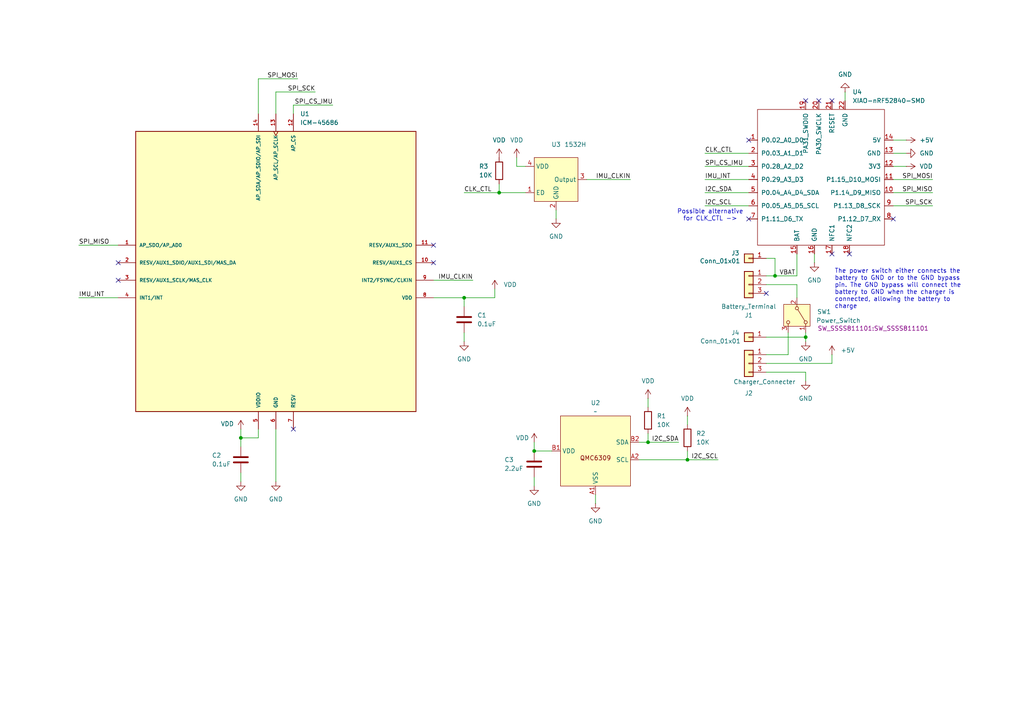
<source format=kicad_sch>
(kicad_sch (version 20250114) (generator "eeschema") (generator_version "9.0")
  (paper "A4")
  (title_block (title "Biscuit's Smol Slime XIAO") (rev "1.0"))
  (lib_symbols
    (symbol "1532H4:1532H4"
      (property "Reference" "U" (at 0 0 0))
      (symbol "1532H4_1_1"
        (rectangle (start -6.35 6.35) (end 6.35 -6.35) (fill (type background)))
        (pin power_in line (at -8.89 3.81 0) (length 2.54) (name "VDD") (number "4"))
        (pin bidirectional line (at -8.89 -3.81 0) (length 2.54) (name "ED") (number "1"))
        (pin power_in line (at 0 -8.89 90) (length 2.54) (name "GND") (number "2"))
        (pin power_in line (at 8.89 0 180) (length 2.54) (name "Output") (number "3"))
      )
    )
    (symbol "Connector_Generic:Conn_01x01" (pin_names (offset 1.016) (hide yes))
      (property "Reference" "J" (at 0 2.54 0))
      (property "Value" "Conn_01x01" (at 0 -2.54 0))
      (symbol "Conn_01x01_1_1"
        (rectangle (start -1.27 1.27) (end 1.27 -1.27) (stroke (width 0.254)) (fill (type background)))
        (rectangle (start -1.27 0.127) (end 0 -0.127) (stroke (width 0.1524)))
        (pin passive line (at -5.08 0 0) (length 3.81) (name "Pin_1") (number "1"))
      )
    )
    (symbol "Connector_Generic:Conn_01x03" (pin_names (offset 1.016) (hide yes))
      (property "Reference" "J" (at 0 5.08 0))
      (property "Value" "Conn_01x03" (at 0 -5.08 0))
      (symbol "Conn_01x03_1_1"
        (rectangle (start -1.27 3.81) (end 1.27 -3.81) (stroke (width 0.254)) (fill (type background)))
        (rectangle (start -1.27 2.667) (end 0 2.413) (stroke (width 0.1524)))
        (rectangle (start -1.27 0.127) (end 0 -0.127) (stroke (width 0.1524)))
        (rectangle (start -1.27 -2.413) (end 0 -2.667) (stroke (width 0.1524)))
        (pin passive line (at -5.08 2.54 0) (length 3.81) (name "Pin_1") (number "1"))
        (pin passive line (at -5.08 0 0) (length 3.81) (name "Pin_2") (number "2"))
        (pin passive line (at -5.08 -2.54 0) (length 3.81) (name "Pin_3") (number "3"))
      )
    )
    (symbol "Device:C" (pin_numbers (hide yes)) (pin_names (offset 0.254))
      (property "Reference" "C" (at 0.635 2.54 0))
      (property "Value" "C" (at 0.635 -2.54 0))
      (symbol "C_0_1"
        (polyline (pts (xy -2.032 0.762) (xy 2.032 0.762)) (stroke (width 0.508)))
        (polyline (pts (xy -2.032 -0.762) (xy 2.032 -0.762)) (stroke (width 0.508)))
      )
      (symbol "C_1_1"
        (pin passive line (at 0 3.81 270) (length 2.794) (name "~") (number "1"))
        (pin passive line (at 0 -3.81 90) (length 2.794) (name "~") (number "2"))
      )
    )
    (symbol "Device:R" (pin_numbers (hide yes)) (pin_names (offset 0))
      (property "Reference" "R" (at 2.032 0 90))
      (property "Value" "R" (at 0 0 90))
      (symbol "R_0_1"
        (rectangle (start -1.016 -2.54) (end 1.016 2.54) (stroke (width 0.254)))
      )
      (symbol "R_1_1"
        (pin passive line (at 0 3.81 270) (length 1.27) (name "~") (number "1"))
        (pin passive line (at 0 -3.81 90) (length 1.27) (name "~") (number "2"))
      )
    )
    (symbol "ICM-45686:ICM-45686" (pin_names (offset 1.016))
      (property "Reference" "U" (at -40.64 41.402 0))
      (property "Value" "ICM-45686" (at -40.64 -41.402 0))
      (symbol "ICM-45686_0_0"
        (rectangle (start -40.64 -40.64) (end 40.64 40.64) (stroke (width 0.254)) (fill (type background)))
        (pin bidirectional line (at -45.72 7.62 0) (length 5.08) (name "AP_SDO/AP_AD0") (number "1"))
        (pin bidirectional line (at -45.72 2.54 0) (length 5.08) (name "RESV/AUX1_SDIO/AUX1_SDI/MAS_DA") (number "2"))
        (pin bidirectional line (at -45.72 -2.54 0) (length 5.08) (name "RESV/AUX1_SCLK/MAS_CLK") (number "3"))
        (pin output line (at -45.72 -7.62 0) (length 5.08) (name "INT1/INT") (number "4"))
        (pin bidirectional line (at -5.08 45.72 270) (length 5.08) (name "AP_SDA/AP_SDIO/AP_SDI") (number "14"))
        (pin power_in line (at -5.08 -45.72 90) (length 5.08) (name "VDDIO") (number "5"))
        (pin input clock (at 0 45.72 270) (length 5.08) (name "AP_SCL/AP_SCLK") (number "13"))
        (pin power_in line (at 0 -45.72 90) (length 5.08) (name "GND") (number "6"))
        (pin input line (at 5.08 45.72 270) (length 5.08) (name "AP_CS") (number "12"))
        (pin passive line (at 5.08 -45.72 90) (length 5.08) (name "RESV") (number "7"))
        (pin output line (at 45.72 7.62 180) (length 5.08) (name "RESV/AUX1_SDO") (number "11"))
        (pin input line (at 45.72 2.54 180) (length 5.08) (name "RESV/AUX1_CS") (number "10"))
        (pin bidirectional line (at 45.72 -2.54 180) (length 5.08) (name "INT2/FSYNC/CLKIN") (number "9"))
        (pin power_in line (at 45.72 -7.62 180) (length 5.08) (name "VDD") (number "8"))
      )
    )
    (symbol "QMC6309:QMC6309"
      (property "Reference" "U" (at 0 0 0))
      (symbol "QMC6309_1_1"
        (rectangle (start -10.16 10.16) (end 10.16 -10.16) (fill (type background)))
        (text "QMC6309" (at 0 -2.032 0) (effects (font (size 1.27 1.27))))
        (pin power_in line (at -12.7 0 0) (length 2.54) (name "VDD") (number "B1"))
        (pin power_in line (at 0 -12.7 90) (length 2.54) (name "VSS") (number "A1"))
        (pin bidirectional line (at 12.7 2.54 180) (length 2.54) (name "SDA") (number "B2"))
        (pin bidirectional line (at 12.7 -2.54 180) (length 2.54) (name "SCL") (number "A2"))
      )
    )
    (symbol "Seeed_Studio_XIAO_Series:XIAO-nRF52840-SMD" (pin_names (offset 1.016))
      (property "Reference" "U" (at -18.542 23.114 0))
      (property "Value" "XIAO-nRF52840-SMD" (at -8.636 21.336 0))
      (symbol "XIAO-nRF52840-SMD_0_1"
        (rectangle (start -19.05 20.32) (end 17.78 -19.05))
      )
      (symbol "XIAO-nRF52840-SMD_1_1"
        (pin passive line (at -21.59 11.43 0) (length 2.54) (name "P0.02_A0_D0") (number "1"))
        (pin passive line (at -21.59 7.62 0) (length 2.54) (name "P0.03_A1_D1") (number "2"))
        (pin passive line (at -21.59 3.81 0) (length 2.54) (name "P0.28_A2_D2") (number "3"))
        (pin passive line (at -21.59 0 0) (length 2.54) (name "P0.29_A3_D3") (number "4"))
        (pin passive line (at -21.59 -3.81 0) (length 2.54) (name "P0.04_A4_D4_SDA") (number "5"))
        (pin passive line (at -21.59 -7.62 0) (length 2.54) (name "P0.05_A5_D5_SCL") (number "6"))
        (pin passive line (at -21.59 -11.43 0) (length 2.54) (name "P1.11_D6_TX") (number "7"))
        (pin passive line (at -7.62 -21.59 90) (length 2.54) (name "BAT") (number "15"))
        (pin passive line (at -5.08 22.86 270) (length 2.54) (name "PA31_SWDIO") (number "19"))
        (pin passive line (at -2.54 -21.59 90) (length 2.54) (name "GND") (number "16"))
        (pin passive line (at -1.27 22.86 270) (length 2.54) (name "PA30_SWCLK") (number "20"))
        (pin passive line (at 2.54 22.86 270) (length 2.54) (name "RESET") (number "21"))
        (pin passive line (at 2.54 -21.59 90) (length 2.54) (name "NFC1") (number "17"))
        (pin passive line (at 6.35 22.86 270) (length 2.54) (name "GND") (number "22"))
        (pin passive line (at 7.62 -21.59 90) (length 2.54) (name "NFC2") (number "18"))
        (pin passive line (at 20.32 11.43 180) (length 2.54) (name "5V") (number "14"))
        (pin passive line (at 20.32 7.62 180) (length 2.54) (name "GND") (number "13"))
        (pin passive line (at 20.32 3.81 180) (length 2.54) (name "3V3") (number "12"))
        (pin passive line (at 20.32 0 180) (length 2.54) (name "P1.15_D10_MOSI") (number "11"))
        (pin passive line (at 20.32 -3.81 180) (length 2.54) (name "P1.14_D9_MISO") (number "10"))
        (pin passive line (at 20.32 -7.62 180) (length 2.54) (name "P1.13_D8_SCK") (number "9"))
        (pin passive line (at 20.32 -11.43 180) (length 2.54) (name "P1.12_D7_RX") (number "8"))
      )
    )
    (symbol "Switch:SW_SPDT" (pin_names (offset 0) (hide yes))
      (property "Reference" "SW" (at 0 5.08 0))
      (property "Value" "SW_SPDT" (at 0 -5.08 0))
      (symbol "SW_SPDT_0_1"
        (circle (center -2.032 0) (radius 0.4572))
        (polyline (pts (xy -1.651 0.254) (xy 1.651 2.286)))
        (circle (center 2.032 2.54) (radius 0.4572))
        (circle (center 2.032 -2.54) (radius 0.4572))
      )
      (symbol "SW_SPDT_1_1"
        (rectangle (start -3.175 3.81) (end 3.175 -3.81) (fill (type background)))
        (pin passive line (at -5.08 0 0) (length 2.54) (name "B") (number "2"))
        (pin passive line (at 5.08 2.54 180) (length 2.54) (name "A") (number "1"))
        (pin passive line (at 5.08 -2.54 180) (length 2.54) (name "C") (number "3"))
      )
    )
    (symbol "power:+5V" (power) (pin_numbers (hide yes)) (pin_names (offset 0) (hide yes))
      (property "Value" "+5V" (at 0 3.556 0))
      (symbol "+5V_0_1"
        (polyline (pts (xy -0.762 1.27) (xy 0 2.54)))
        (polyline (pts (xy 0 2.54) (xy 0.762 1.27)))
        (polyline (pts (xy 0 0) (xy 0 2.54)))
      )
      (symbol "+5V_1_1"
        (pin power_in line (at 0 0 90) (length 0) (name "~") (number "1"))
      )
    )
    (symbol "power:GND" (power) (pin_numbers (hide yes)) (pin_names (offset 0) (hide yes))
      (property "Value" "GND" (at 0 -3.81 0))
      (symbol "GND_0_1"
        (polyline (pts (xy 0 0) (xy 0 -1.27) (xy 1.27 -1.27) (xy 0 -2.54) (xy -1.27 -1.27) (xy 0 -1.27)))
      )
      (symbol "GND_1_1"
        (pin power_in line (at 0 0 270) (length 0) (name "~") (number "1"))
      )
    )
    (symbol "power:VDD" (power) (pin_numbers (hide yes)) (pin_names (offset 0) (hide yes))
      (property "Value" "VDD" (at 0 3.556 0))
      (symbol "VDD_0_1"
        (polyline (pts (xy -0.762 1.27) (xy 0 2.54)))
        (polyline (pts (xy 0 2.54) (xy 0.762 1.27)))
        (polyline (pts (xy 0 0) (xy 0 2.54)))
      )
      (symbol "VDD_1_1"
        (pin power_in line (at 0 0 90) (length 0) (name "~") (number "1"))
      )
    )
  )
  (text "The power switch either connects the\nbattery to GND or to the GND bypass\npin. The GND bypass will connect the\nbattery to GND when the charger is\nconnected, allowing the battery to\ncharge" (at 242.062 83.82 0) (effects (font (size 1.27 1.27)) (justify left)))
  (text "Possible alternative\nfor CLK_CTL ->" (at 205.994 62.484 0) (effects (font (size 1.27 1.27))))
  (junction (at 134.62 86.36))
  (junction (at 233.68 97.79))
  (junction (at 224.79 80.01))
  (junction (at 187.96 128.27))
  (junction (at 199.39 133.35))
  (junction (at 69.85 127))
  (junction (at 144.78 55.88))
  (junction (at 154.94 130.81))
  (no_connect (at 222.25 85.09))
  (no_connect (at 241.3 73.66))
  (no_connect (at 34.29 81.28))
  (no_connect (at 241.3 29.21))
  (no_connect (at 85.09 124.46))
  (no_connect (at 125.73 76.2))
  (no_connect (at 237.49 29.21))
  (no_connect (at 259.08 63.5))
  (no_connect (at 217.17 63.5))
  (no_connect (at 233.68 29.21))
  (no_connect (at 125.73 71.12))
  (no_connect (at 34.29 76.2))
  (no_connect (at 217.17 40.64))
  (no_connect (at 246.38 73.66))
  (wire (pts (xy 222.25 97.79) (xy 233.68 97.79)))
  (wire (pts (xy 143.51 83.82) (xy 143.51 86.36)))
  (wire (pts (xy 204.47 52.07) (xy 217.17 52.07)))
  (wire (pts (xy 134.62 86.36) (xy 134.62 88.9)))
  (wire (pts (xy 170.18 52.07) (xy 182.88 52.07)))
  (wire (pts (xy 91.44 26.67) (xy 80.01 26.67)))
  (wire (pts (xy 231.14 82.55) (xy 231.14 86.36)))
  (wire (pts (xy 187.96 115.57) (xy 187.96 118.11)))
  (wire (pts (xy 69.85 127) (xy 74.93 127)))
  (wire (pts (xy 241.3 105.41) (xy 222.25 105.41)))
  (wire (pts (xy 154.94 138.43) (xy 154.94 140.97)))
  (wire (pts (xy 259.08 44.45) (xy 262.89 44.45)))
  (wire (pts (xy 222.25 102.87) (xy 228.6 102.87)))
  (wire (pts (xy 80.01 124.46) (xy 80.01 139.7)))
  (wire (pts (xy 199.39 130.81) (xy 199.39 133.35)))
  (wire (pts (xy 233.68 97.79) (xy 233.68 99.06)))
  (wire (pts (xy 74.93 22.86) (xy 74.93 33.02)))
  (wire (pts (xy 86.36 22.86) (xy 74.93 22.86)))
  (wire (pts (xy 187.96 125.73) (xy 187.96 128.27)))
  (wire (pts (xy 187.96 128.27) (xy 196.85 128.27)))
  (wire (pts (xy 204.47 59.69) (xy 217.17 59.69)))
  (wire (pts (xy 259.08 55.88) (xy 270.51 55.88)))
  (wire (pts (xy 172.72 143.51) (xy 172.72 146.05)))
  (wire (pts (xy 80.01 26.67) (xy 80.01 33.02)))
  (wire (pts (xy 241.3 102.87) (xy 241.3 105.41)))
  (wire (pts (xy 204.47 55.88) (xy 217.17 55.88)))
  (wire (pts (xy 69.85 127) (xy 69.85 129.54)))
  (wire (pts (xy 22.86 86.36) (xy 34.29 86.36)))
  (wire (pts (xy 224.79 80.01) (xy 231.14 80.01)))
  (wire (pts (xy 222.25 82.55) (xy 231.14 82.55)))
  (wire (pts (xy 233.68 110.49) (xy 233.68 107.95)))
  (wire (pts (xy 228.6 102.87) (xy 228.6 96.52)))
  (wire (pts (xy 149.86 48.26) (xy 149.86 45.72)))
  (wire (pts (xy 143.51 86.36) (xy 134.62 86.36)))
  (wire (pts (xy 259.08 52.07) (xy 270.51 52.07)))
  (wire (pts (xy 204.47 48.26) (xy 217.17 48.26)))
  (wire (pts (xy 262.89 40.64) (xy 259.08 40.64)))
  (wire (pts (xy 69.85 124.46) (xy 69.85 127)))
  (wire (pts (xy 224.79 74.93) (xy 224.79 80.01)))
  (wire (pts (xy 231.14 73.66) (xy 231.14 80.01)))
  (wire (pts (xy 224.79 74.93) (xy 222.25 74.93)))
  (wire (pts (xy 199.39 120.65) (xy 199.39 123.19)))
  (wire (pts (xy 22.86 71.12) (xy 34.29 71.12)))
  (wire (pts (xy 233.68 96.52) (xy 233.68 97.79)))
  (wire (pts (xy 74.93 127) (xy 74.93 124.46)))
  (wire (pts (xy 185.42 128.27) (xy 187.96 128.27)))
  (wire (pts (xy 154.94 128.27) (xy 154.94 130.81)))
  (wire (pts (xy 154.94 130.81) (xy 160.02 130.81)))
  (wire (pts (xy 125.73 86.36) (xy 134.62 86.36)))
  (wire (pts (xy 134.62 96.52) (xy 134.62 99.06)))
  (wire (pts (xy 259.08 48.26) (xy 262.89 48.26)))
  (wire (pts (xy 85.09 30.48) (xy 85.09 33.02)))
  (wire (pts (xy 144.78 53.34) (xy 144.78 55.88)))
  (wire (pts (xy 161.29 60.96) (xy 161.29 63.5)))
  (wire (pts (xy 236.22 73.66) (xy 236.22 76.2)))
  (wire (pts (xy 96.52 30.48) (xy 85.09 30.48)))
  (wire (pts (xy 204.47 44.45) (xy 217.17 44.45)))
  (wire (pts (xy 259.08 59.69) (xy 270.51 59.69)))
  (wire (pts (xy 69.85 137.16) (xy 69.85 139.7)))
  (wire (pts (xy 222.25 107.95) (xy 233.68 107.95)))
  (wire (pts (xy 185.42 133.35) (xy 199.39 133.35)))
  (wire (pts (xy 222.25 80.01) (xy 224.79 80.01)))
  (wire (pts (xy 199.39 133.35) (xy 208.28 133.35)))
  (wire (pts (xy 144.78 55.88) (xy 152.4 55.88)))
  (wire (pts (xy 125.73 81.28) (xy 137.16 81.28)))
  (wire (pts (xy 152.4 48.26) (xy 149.86 48.26)))
  (wire (pts (xy 134.62 55.88) (xy 144.78 55.88)))
  (wire (pts (xy 245.11 26.67) (xy 245.11 29.21)))
  (label "SPI_MISO" (at 22.86 71.12 0))
  (label "SPI_SCK" (at 270.51 59.69 180))
  (label "SPI_MISO" (at 270.51 55.88 180))
  (label "SPI_SCK" (at 91.44 26.67 180))
  (label "I2C_SCL" (at 208.28 133.35 180))
  (label "SPI_CS_IMU" (at 204.47 48.26 0))
  (label "CLK_CTL" (at 134.62 55.88 0))
  (label "CLK_CTL" (at 204.47 44.45 0))
  (label "SPI_CS_IMU" (at 96.52 30.48 180))
  (label "SPI_MOSI" (at 270.51 52.07 180))
  (label "I2C_SDA" (at 204.47 55.88 0))
  (label "I2C_SDA" (at 196.85 128.27 180))
  (label "IMU_INT" (at 204.47 52.07 0))
  (label "VBAT" (at 226.06 80.01 0))
  (label "SPI_MOSI" (at 86.36 22.86 180))
  (label "IMU_INT" (at 22.86 86.36 0))
  (label "IMU_CLKIN" (at 137.16 81.28 180))
  (label "I2C_SCL" (at 204.47 59.69 0))
  (label "IMU_CLKIN" (at 182.88 52.07 180))
  (symbol (lib_id "power:+5V") (at 262.89 40.64 270) (unit 1)
    (property "Reference" "#PWR017" (effects (hide yes)))
    (property "Value" "+5V" (at 266.7 40.6399 90) (effects (justify left)))
    (property "Description" "Power symbol creates a global label with name \"+5V\"" (effects (hide yes)))
  )
  (symbol (lib_id "Device:R") (at 187.96 121.92 0) (unit 1)
    (property "Reference" "R1" (at 190.5 120.6499 0) (effects (justify left)))
    (property "Value" "10K" (at 190.5 123.1899 0) (effects (justify left)))
    (property "Footprint" "Resistor_SMD:R_0603_1608Metric" (effects (hide yes)))
    (property "Datasheet" "https://jlcpcb.com/partdetail/16079-0603WAJ0103T5E/C15401" (effects (hide yes)))
    (property "Description" "Resistor" (effects (hide yes)))
    (property "LCSC PN" "C15401" (effects (hide yes)))
  )
  (symbol (lib_id "Device:R") (at 199.39 127 0) (unit 1)
    (property "Reference" "R2" (at 201.93 125.7299 0) (effects (justify left)))
    (property "Value" "10K" (at 201.93 128.2699 0) (effects (justify left)))
    (property "Footprint" "Resistor_SMD:R_0603_1608Metric" (effects (hide yes)))
    (property "Datasheet" "https://jlcpcb.com/partdetail/16079-0603WAJ0103T5E/C15401" (effects (hide yes)))
    (property "Description" "Resistor" (effects (hide yes)))
    (property "LCSC PN" "C15401" (effects (hide yes)))
  )
  (symbol (lib_id "power:VDD") (at 143.51 83.82 0) (unit 1)
    (property "Reference" "#PWR02" (effects (hide yes)))
    (property "Value" "VDD" (at 146.05 82.5499 0) (effects (justify left)))
    (property "Description" "Power symbol creates a global label with name \"VDD\"" (effects (hide yes)))
  )
  (symbol (lib_id "ICM-45686:ICM-45686") (at 80.01 78.74 0) (unit 1)
    (property "Reference" "U1" (at 87.0586 33.02 0) (effects (justify left)))
    (property "Value" "ICM-45686" (at 87.0586 35.56 0) (effects (justify left)))
    (property "Footprint" "ICM-45686:IC_ICM-45686" (effects (hide yes)))
    (property "Datasheet" "https://jlcpcb.com/partdetail/TdkInvensense-ICM45686/C22459454" (effects (hide yes)))
    (property "PARTREV" "0.2" (effects (hide yes)))
    (property "STANDARD" "Manufacturer Recommendations" (effects (hide yes)))
    (property "MAXIMUM_PACKAGE_HEIGHT" "0.86mm" (effects (hide yes)))
    (property "MANUFACTURER" "TDK InvenSense" (effects (hide yes)))
    (property "LCSC PN" "C22459454" (effects (hide yes)))
  )
  (symbol (lib_id "power:VDD") (at 262.89 48.26 270) (unit 1)
    (property "Reference" "#PWR016" (effects (hide yes)))
    (property "Value" "VDD" (at 266.7 48.2599 90) (effects (justify left)))
    (property "Description" "Power symbol creates a global label with name \"VDD\"" (effects (hide yes)))
  )
  (symbol (lib_id "Device:C") (at 154.94 134.62 180) (unit 1)
    (property "Reference" "C3" (at 146.304 133.35 0) (effects (justify right)))
    (property "Value" "2.2uF" (at 146.304 135.89 0) (effects (justify right)))
    (property "Footprint" "Capacitor_SMD:C_0603_1608Metric" (effects (hide yes)))
    (property "Datasheet" "https://jlcpcb.com/partdetail/101296-CL10B225KP8NNNC/C100082" (effects (hide yes)))
    (property "Description" "Unpolarized capacitor" (effects (hide yes)))
    (property "LCSC PN" "C100082" (effects (hide yes)))
  )
  (symbol (lib_id "power:GND") (at 233.68 110.49 0) (unit 1)
    (property "Reference" "#PWR021" (effects (hide yes)))
    (property "Value" "GND" (at 233.68 115.57 0))
    (property "Description" "Power symbol creates a global label with name \"GND\" , ground" (effects (hide yes)))
  )
  (symbol (lib_id "power:+5V") (at 241.3 102.87 0) (unit 1)
    (property "Reference" "#PWR020" (effects (hide yes)))
    (property "Value" "+5V" (at 243.84 101.5999 0) (effects (justify left)))
    (property "Description" "Power symbol creates a global label with name \"+5V\"" (effects (hide yes)))
  )
  (symbol (lib_id "Device:C") (at 69.85 133.35 180) (unit 1)
    (property "Reference" "C2" (at 61.468 132.08 0) (effects (justify right)))
    (property "Value" "0.1uF" (at 61.468 134.62 0) (effects (justify right)))
    (property "Footprint" "Capacitor_SMD:C_0603_1608Metric" (effects (hide yes)))
    (property "Datasheet" "https://jlcpcb.com/partdetail/1943-CL10B104KB8NNNC/C1591" (effects (hide yes)))
    (property "Description" "Unpolarized capacitor" (effects (hide yes)))
    (property "LCSC PN" "C1591" (effects (hide yes)))
  )
  (symbol (lib_id "Connector_Generic:Conn_01x03") (at 217.17 82.55 0) (mirror y) (unit 1)
    (property "Reference" "J1" (at 217.17 91.44 0))
    (property "Value" "Battery_Terminal" (at 217.17 88.9 0))
    (property "Footprint" "Generic:JST_PH2_SMT" (effects (hide yes)))
    (property "Datasheet" "https://jlcpcb.com/partdetail/JST-S2B_PH_SM4_TB_LF_SN/C295747" (effects (hide yes)))
    (property "Description" "Generic connector, single row, 01x03, script generated (kicad-library-utils/schlib/autogen/connector/)" (effects (hide yes)))
    (property "LCSC PN" "C295747" (effects (hide yes)))
  )
  (symbol (lib_id "power:VDD") (at 144.78 45.72 0) (unit 1)
    (property "Reference" "#PWR019" (effects (hide yes)))
    (property "Value" "VDD" (at 144.78 40.64 0))
    (property "Description" "Power symbol creates a global label with name \"VDD\"" (effects (hide yes)))
  )
  (symbol (lib_id "power:VDD") (at 187.96 115.57 0) (unit 1)
    (property "Reference" "#PWR08" (effects (hide yes)))
    (property "Value" "VDD" (at 187.96 110.49 0))
    (property "Description" "Power symbol creates a global label with name \"VDD\"" (effects (hide yes)))
  )
  (symbol (lib_id "power:GND") (at 161.29 63.5 0) (unit 1)
    (property "Reference" "#PWR011" (effects (hide yes)))
    (property "Value" "GND" (at 161.29 68.58 0))
    (property "Description" "Power symbol creates a global label with name \"GND\" , ground" (effects (hide yes)))
  )
  (symbol (lib_id "Device:R") (at 144.78 49.53 0) (unit 1)
    (property "Reference" "R3" (at 138.938 48.26 0) (effects (justify left)))
    (property "Value" "10K" (at 138.938 50.8 0) (effects (justify left)))
    (property "Footprint" "Resistor_SMD:R_0603_1608Metric" (effects (hide yes)))
    (property "Datasheet" "https://jlcpcb.com/partdetail/16079-0603WAJ0103T5E/C15401" (effects (hide yes)))
    (property "Description" "Resistor" (effects (hide yes)))
    (property "LCSC PN" "C15401" (effects (hide yes)))
  )
  (symbol (lib_id "Device:C") (at 134.62 92.71 180) (unit 1)
    (property "Reference" "C1" (at 138.43 91.4399 0) (effects (justify right)))
    (property "Value" "0.1uF" (at 138.43 93.9799 0) (effects (justify right)))
    (property "Footprint" "Capacitor_SMD:C_0603_1608Metric" (effects (hide yes)))
    (property "Datasheet" "https://jlcpcb.com/partdetail/1943-CL10B104KB8NNNC/C1591" (effects (hide yes)))
    (property "Description" "Unpolarized capacitor" (effects (hide yes)))
    (property "LCSC PN" "C1591" (effects (hide yes)))
  )
  (symbol (lib_id "Connector_Generic:Conn_01x01") (at 217.17 74.93 180) (unit 1)
    (property "Reference" "J3" (at 212.09 73.406 0) (effects (justify right)))
    (property "Value" "Conn_01x01" (at 202.946 75.692 0) (effects (justify right)))
    (property "Footprint" "Generic:Heat_Pad_1.0x1.0mm" (effects (hide yes)))
    (property "Description" "Generic connector, single row, 01x01, script generated (kicad-library-utils/schlib/autogen/connector/)" (effects (hide yes)))
  )
  (symbol (lib_id "power:GND") (at 80.01 139.7 0) (unit 1)
    (property "Reference" "#PWR03" (effects (hide yes)))
    (property "Value" "GND" (at 80.01 144.78 0))
    (property "Description" "Power symbol creates a global label with name \"GND\" , ground" (effects (hide yes)))
  )
  (symbol (lib_id "power:GND") (at 69.85 139.7 0) (unit 1)
    (property "Reference" "#PWR04" (effects (hide yes)))
    (property "Value" "GND" (at 69.85 144.78 0))
    (property "Description" "Power symbol creates a global label with name \"GND\" , ground" (effects (hide yes)))
  )
  (symbol (lib_id "power:VDD") (at 149.86 45.72 0) (unit 1)
    (property "Reference" "#PWR010" (effects (hide yes)))
    (property "Value" "VDD" (at 149.86 40.64 0))
    (property "Description" "Power symbol creates a global label with name \"VDD\"" (effects (hide yes)))
  )
  (symbol (lib_id "power:VDD") (at 69.85 124.46 0) (unit 1)
    (property "Reference" "#PWR01" (effects (hide yes)))
    (property "Value" "VDD" (at 64.008 122.936 0) (effects (justify left)))
    (property "Description" "Power symbol creates a global label with name \"VDD\"" (effects (hide yes)))
  )
  (symbol (lib_id "Seeed_Studio_XIAO_Series:XIAO-nRF52840-SMD") (at 238.76 52.07 0) (unit 1)
    (property "Reference" "U4" (at 247.2533 26.67 0) (effects (justify left)))
    (property "Value" "XIAO-nRF52840-SMD" (at 247.2533 29.21 0) (effects (justify left)))
    (property "Footprint" "Seeed Studio XIAO Series Library:XIAO-nRF52840-SMD-FixedSilkscreen" (effects (hide yes)))
  )
  (symbol (lib_id "power:VDD") (at 154.94 128.27 0) (unit 1)
    (property "Reference" "#PWR07" (effects (hide yes)))
    (property "Value" "VDD" (at 149.606 127 0) (effects (justify left)))
    (property "Description" "Power symbol creates a global label with name \"VDD\"" (effects (hide yes)))
  )
  (symbol (lib_id "power:GND") (at 134.62 99.06 0) (unit 1)
    (property "Reference" "#PWR05" (effects (hide yes)))
    (property "Value" "GND" (at 134.62 104.14 0))
    (property "Description" "Power symbol creates a global label with name \"GND\" , ground" (effects (hide yes)))
  )
  (symbol (lib_id "Connector_Generic:Conn_01x01") (at 217.17 97.79 180) (unit 1)
    (property "Reference" "J4" (at 212.09 96.52 0) (effects (justify right)))
    (property "Value" "Conn_01x01" (at 203.073 98.9331 0) (effects (justify right)))
    (property "Footprint" "Generic:Heat_Pad_1.0x1.0mm" (effects (hide yes)))
    (property "Description" "Generic connector, single row, 01x01, script generated (kicad-library-utils/schlib/autogen/connector/)" (effects (hide yes)))
  )
  (symbol (lib_id "Connector_Generic:Conn_01x03") (at 217.17 105.41 0) (mirror y) (unit 1)
    (property "Reference" "J2" (at 217.17 114.046 0))
    (property "Value" "Charger_Connecter" (at 221.742 110.744 0))
    (property "Footprint" "Generic:PinPads_1x03_P2.54mm" (effects (hide yes)))
    (property "Description" "Generic connector, single row, 01x03, script generated (kicad-library-utils/schlib/autogen/connector/)" (effects (hide yes)))
  )
  (symbol (lib_id "QMC6309:QMC6309") (at 172.72 130.81 0) (unit 1)
    (property "Reference" "U2" (at 172.72 116.84 0))
    (property "Value" "~" (at 172.72 119.38 0))
    (property "Footprint" "QMC6309:QMC6309" (effects (hide yes)))
    (property "Datasheet" "https://jlcpcb.com/partdetail/Qst-QMC6309/C5439871" (effects (hide yes)))
    (property "LCSC PN" "C5439871" (effects (hide yes)))
  )
  (symbol (lib_id "1532H4:1532H4") (at 161.29 52.07 0) (unit 1)
    (property "Reference" "U3" (at 161.29 41.91 0))
    (property "Value" "1532H" (at 166.878 41.91 0))
    (property "Footprint" "Generic:Crystal_SMD_3225-4Pin_3.2x2.5mm_Silkscreenfix" (effects (hide yes)))
    (property "Datasheet" "https://jlcpcb.com/partdetail/Hci-1532H432K768JWPDTSNL/C5383164" (effects (hide yes)))
    (property "LCSC PN" "C5383164" (effects (hide yes)))
  )
  (symbol (lib_id "power:GND") (at 236.22 76.2 0) (unit 1)
    (property "Reference" "#PWR013" (effects (hide yes)))
    (property "Value" "GND" (at 236.22 81.28 0))
    (property "Description" "Power symbol creates a global label with name \"GND\" , ground" (effects (hide yes)))
  )
  (symbol (lib_id "power:VDD") (at 199.39 120.65 0) (unit 1)
    (property "Reference" "#PWR09" (effects (hide yes)))
    (property "Value" "VDD" (at 199.39 115.57 0))
    (property "Description" "Power symbol creates a global label with name \"VDD\"" (effects (hide yes)))
  )
  (symbol (lib_id "power:GND") (at 172.72 146.05 0) (unit 1)
    (property "Reference" "#PWR06" (effects (hide yes)))
    (property "Value" "GND" (at 172.72 151.13 0))
    (property "Description" "Power symbol creates a global label with name \"GND\" , ground" (effects (hide yes)))
  )
  (symbol (lib_id "Switch:SW_SPDT") (at 231.14 91.44 270) (unit 1)
    (property "Reference" "SW1" (at 236.982 90.424 90) (effects (justify left)))
    (property "Value" "Power_Switch" (at 236.728 92.964 90) (effects (justify left)))
    (property "Footprint" "SW_SSSS811101:SW_SSSS811101" (at 253.238 95.25 90))
    (property "Datasheet" "https://jlcpcb.com/partdetail/ALPSALPINE-SSSS811101/C109335" (effects (hide yes)))
    (property "Description" "Switch, single pole double throw" (effects (hide yes)))
    (property "LCSC PN" "C109335" (effects (hide yes)))
  )
  (symbol (lib_id "power:GND") (at 245.11 26.67 180) (unit 1)
    (property "Reference" "#PWR014" (effects (hide yes)))
    (property "Value" "GND" (at 245.11 21.59 0))
    (property "Description" "Power symbol creates a global label with name \"GND\" , ground" (effects (hide yes)))
  )
  (symbol (lib_id "power:GND") (at 262.89 44.45 90) (unit 1)
    (property "Reference" "#PWR015" (effects (hide yes)))
    (property "Value" "GND" (at 266.7 44.4499 90) (effects (justify right)))
    (property "Description" "Power symbol creates a global label with name \"GND\" , ground" (effects (hide yes)))
  )
  (symbol (lib_id "power:GND") (at 154.94 140.97 0) (unit 1)
    (property "Reference" "#PWR012" (effects (hide yes)))
    (property "Value" "GND" (at 154.94 146.05 0))
    (property "Description" "Power symbol creates a global label with name \"GND\" , ground" (effects (hide yes)))
  )
  (symbol (lib_id "power:GND") (at 233.68 99.06 0) (unit 1)
    (property "Reference" "#PWR018" (effects (hide yes)))
    (property "Value" "GND" (at 233.68 104.14 0))
    (property "Description" "Power symbol creates a global label with name \"GND\" , ground" (effects (hide yes)))
  )
)
</source>
